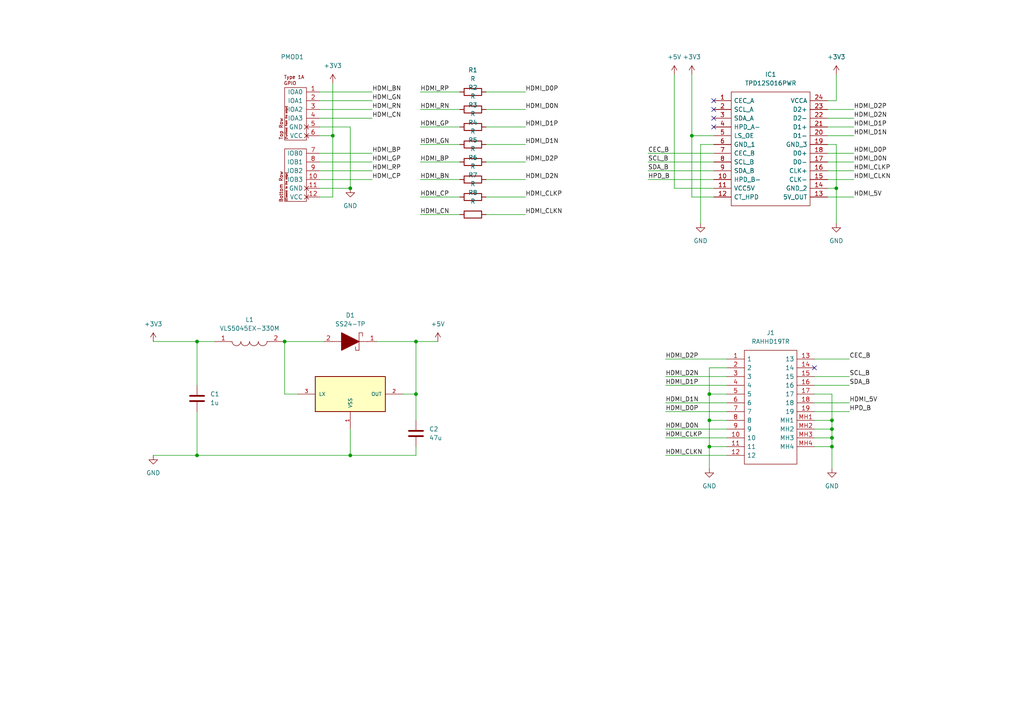
<source format=kicad_sch>
(kicad_sch (version 20211123) (generator eeschema)
  (paper "A4")
  (lib_symbols
    (symbol "Device:C" (pin_numbers hide) (pin_names (offset 0.254))
      (property "Reference" "C" (at 0.635 2.54 0))
      (property "Value" "C" (at 0.635 -2.54 0))
      (symbol "C_0_1"
        (polyline (pts (xy -2.032 -0.762) (xy 2.032 -0.762)) (stroke (width 0.508)))
        (polyline (pts (xy -2.032 0.762) (xy 2.032 0.762)) (stroke (width 0.508)))
      )
      (symbol "C_1_1"
        (pin passive line (at 0 3.81 270) (length 2.794) (name "~") (number "1"))
        (pin passive line (at 0 -3.81 90) (length 2.794) (name "~") (number "2"))
      )
    )
    (symbol "Device:R" (pin_numbers hide) (pin_names (offset 0))
      (property "Reference" "R" (at 2.032 0 90))
      (property "Value" "R" (at 0 0 90))
      (symbol "R_0_1"
        (rectangle (start -1.016 -2.54) (end 1.016 2.54) (stroke (width 0.254)))
      )
      (symbol "R_1_1"
        (pin passive line (at 0 3.81 270) (length 1.27) (name "~") (number "1"))
        (pin passive line (at 0 -3.81 90) (length 1.27) (name "~") (number "2"))
      )
    )
    (symbol "ME2108A:ME2108A" (pin_names (offset 1.016))
      (symbol "ME2108A_0_0"
        (rectangle (start -10.16 -5.08) (end 10.16 5.08) (stroke (width 0.254)) (fill (type background)))
        (pin bidirectional line (at 0 -10.16 90) (length 5.08) (name "VSS") (number "1"))
        (pin bidirectional line (at 15.24 0 180) (length 5.08) (name "OUT") (number "2"))
        (pin bidirectional line (at -15.24 0 0) (length 5.08) (name "LX") (number "3"))
      )
    )
    (symbol "SamacSys_Parts:RAHHD19TR" (pin_names (offset 0.762))
      (property "Reference" "J" (at 21.59 7.62 0))
      (property "Value" "RAHHD19TR" (at 21.59 5.08 0))
      (symbol "RAHHD19TR_0_0"
        (pin passive line (at 0 0 0) (length 5.08) (name "1") (number "1"))
        (pin passive line (at 0 -22.86 0) (length 5.08) (name "10") (number "10"))
        (pin passive line (at 0 -25.4 0) (length 5.08) (name "11") (number "11"))
        (pin passive line (at 0 -27.94 0) (length 5.08) (name "12") (number "12"))
        (pin passive line (at 25.4 0 180) (length 5.08) (name "13") (number "13"))
        (pin passive line (at 25.4 -2.54 180) (length 5.08) (name "14") (number "14"))
        (pin passive line (at 25.4 -5.08 180) (length 5.08) (name "15") (number "15"))
        (pin passive line (at 25.4 -7.62 180) (length 5.08) (name "16") (number "16"))
        (pin passive line (at 25.4 -10.16 180) (length 5.08) (name "17") (number "17"))
        (pin passive line (at 25.4 -12.7 180) (length 5.08) (name "18") (number "18"))
        (pin passive line (at 25.4 -15.24 180) (length 5.08) (name "19") (number "19"))
        (pin passive line (at 0 -2.54 0) (length 5.08) (name "2") (number "2"))
        (pin passive line (at 0 -5.08 0) (length 5.08) (name "3") (number "3"))
        (pin passive line (at 0 -7.62 0) (length 5.08) (name "4") (number "4"))
        (pin passive line (at 0 -10.16 0) (length 5.08) (name "5") (number "5"))
        (pin passive line (at 0 -12.7 0) (length 5.08) (name "6") (number "6"))
        (pin passive line (at 0 -15.24 0) (length 5.08) (name "7") (number "7"))
        (pin passive line (at 0 -17.78 0) (length 5.08) (name "8") (number "8"))
        (pin passive line (at 0 -20.32 0) (length 5.08) (name "9") (number "9"))
        (pin passive line (at 25.4 -17.78 180) (length 5.08) (name "MH1") (number "MH1"))
        (pin passive line (at 25.4 -20.32 180) (length 5.08) (name "MH2") (number "MH2"))
        (pin passive line (at 25.4 -22.86 180) (length 5.08) (name "MH3") (number "MH3"))
        (pin passive line (at 25.4 -25.4 180) (length 5.08) (name "MH4") (number "MH4"))
      )
      (symbol "RAHHD19TR_0_1"
        (polyline (pts (xy 5.08 2.54) (xy 20.32 2.54) (xy 20.32 -30.48) (xy 5.08 -30.48) (xy 5.08 2.54)) (stroke (width 0.1524)))
      )
    )
    (symbol "SamacSys_Parts:SS24-TP" (pin_names (offset 0.762))
      (property "Reference" "D" (at 12.7 8.89 0))
      (property "Value" "SS24-TP" (at 12.7 6.35 0))
      (symbol "SS24-TP_0_0"
        (pin passive line (at 2.54 0 0) (length 2.54) (name "~") (number "1"))
        (pin passive line (at 17.78 0 180) (length 2.54) (name "~") (number "2"))
      )
      (symbol "SS24-TP_0_1"
        (polyline (pts (xy 5.08 0) (xy 7.62 0)) (stroke (width 0.1524)))
        (polyline (pts (xy 7.62 2.54) (xy 7.62 -2.54)) (stroke (width 0.1524)))
        (polyline (pts (xy 12.7 0) (xy 15.24 0)) (stroke (width 0.1524)))
        (polyline (pts (xy 7.62 -2.54) (xy 6.604 -2.54) (xy 6.604 -1.524)) (stroke (width 0.1524)))
        (polyline (pts (xy 7.62 2.54) (xy 8.636 2.54) (xy 8.636 1.524)) (stroke (width 0.1524)))
        (polyline (pts (xy 7.62 0) (xy 12.7 2.54) (xy 12.7 -2.54) (xy 7.62 0)) (stroke (width 0.254)) (fill (type outline)))
      )
    )
    (symbol "SamacSys_Parts:TPD12S016PWR" (pin_names (offset 0.762))
      (property "Reference" "IC" (at 29.21 7.62 0))
      (property "Value" "TPD12S016PWR" (at 29.21 5.08 0))
      (symbol "TPD12S016PWR_0_0"
        (pin passive line (at 0 0 0) (length 5.08) (name "CEC_A") (number "1"))
        (pin passive line (at 0 -22.86 0) (length 5.08) (name "HPD_B-") (number "10"))
        (pin power_in line (at 0 -25.4 0) (length 5.08) (name "VCC5V") (number "11"))
        (pin passive line (at 0 -27.94 0) (length 5.08) (name "CT_HPD") (number "12"))
        (pin output line (at 33.02 -27.94 180) (length 5.08) (name "5V_OUT") (number "13"))
        (pin power_in line (at 33.02 -25.4 180) (length 5.08) (name "GND_2") (number "14"))
        (pin input line (at 33.02 -22.86 180) (length 5.08) (name "CLK-") (number "15"))
        (pin input line (at 33.02 -20.32 180) (length 5.08) (name "CLK+") (number "16"))
        (pin passive line (at 33.02 -17.78 180) (length 5.08) (name "D0-") (number "17"))
        (pin passive line (at 33.02 -15.24 180) (length 5.08) (name "D0+") (number "18"))
        (pin power_in line (at 33.02 -12.7 180) (length 5.08) (name "GND_3") (number "19"))
        (pin passive line (at 0 -2.54 0) (length 5.08) (name "SCL_A") (number "2"))
        (pin passive line (at 33.02 -10.16 180) (length 5.08) (name "D1-") (number "20"))
        (pin passive line (at 33.02 -7.62 180) (length 5.08) (name "D1+") (number "21"))
        (pin passive line (at 33.02 -5.08 180) (length 5.08) (name "D2-") (number "22"))
        (pin passive line (at 33.02 -2.54 180) (length 5.08) (name "D2+") (number "23"))
        (pin power_in line (at 33.02 0 180) (length 5.08) (name "VCCA") (number "24"))
        (pin passive line (at 0 -5.08 0) (length 5.08) (name "SDA_A") (number "3"))
        (pin passive line (at 0 -7.62 0) (length 5.08) (name "HPD_A-") (number "4"))
        (pin passive line (at 0 -10.16 0) (length 5.08) (name "LS_OE") (number "5"))
        (pin power_in line (at 0 -12.7 0) (length 5.08) (name "GND_1") (number "6"))
        (pin passive line (at 0 -15.24 0) (length 5.08) (name "CEC_B") (number "7"))
        (pin passive line (at 0 -17.78 0) (length 5.08) (name "SCL_B") (number "8"))
        (pin passive line (at 0 -20.32 0) (length 5.08) (name "SDA_B") (number "9"))
      )
      (symbol "TPD12S016PWR_0_1"
        (polyline (pts (xy 5.08 2.54) (xy 27.94 2.54) (xy 27.94 -30.48) (xy 5.08 -30.48) (xy 5.08 2.54)) (stroke (width 0.1524)))
      )
    )
    (symbol "SamacSys_Parts:VLS5045EX-330M" (pin_names (offset 0.762))
      (property "Reference" "L" (at 16.51 6.35 0))
      (property "Value" "VLS5045EX-330M" (at 16.51 3.81 0))
      (symbol "VLS5045EX-330M_0_0"
        (pin passive line (at 0 0 0) (length 5.08) (name "~") (number "1"))
        (pin passive line (at 20.32 0 180) (length 5.08) (name "~") (number "2"))
      )
      (symbol "VLS5045EX-330M_0_1"
        (arc (start 5.08 0) (mid 6.35 -1.3218) (end 7.62 0) (stroke (width 0.1524)))
        (arc (start 7.62 0) (mid 8.89 -1.3218) (end 10.16 0) (stroke (width 0.1524)))
        (arc (start 10.16 0) (mid 11.43 -1.3218) (end 12.7 0) (stroke (width 0.1524)))
        (arc (start 12.7 0) (mid 13.97 -1.3218) (end 15.24 0) (stroke (width 0.1524)))
      )
    )
    (symbol "pmod:PMOD-Device-x2-Type-1A-GPIO" (pin_names (offset 1.016))
      (property "Reference" "PMOD" (at -3.302 -1.27 0))
      (property "Datasheet" "https://docs.google.com/a/mithis.com/spreadsheets/d/1D-GboyrP57VVpejQzEm0P1WEORo1LAIt92hk1bZGEoo/edit#gid=0" (at -1.27 7.62 0))
      (symbol "PMOD-Device-x2-Type-1A-GPIO_0_0"
        (text "(Closest to the edge)" (at -5.842 -13.462 900) (effects (font (size 0.508 0.508))))
        (text "(Furthest from the edge)" (at -5.842 5.08 900) (effects (font (size 0.508 0.508))))
        (text "Bottom Row" (at -7.366 -13.462 900) (effects (font (size 0.9906 0.9906))))
        (text "GPIO" (at -6.604 16.51 0) (effects (font (size 0.9906 0.9906)) (justify left)))
        (text "Top Row" (at -7.366 3.302 900) (effects (font (size 0.9906 0.9906))))
        (text "Type 1A" (at -6.604 18.288 0) (effects (font (size 0.9906 0.9906)) (justify left)))
      )
      (symbol "PMOD-Device-x2-Type-1A-GPIO_0_1"
        (rectangle (start -6.35 -2.54) (end 0 -17.78))
        (rectangle (start 0 15.24) (end -6.35 0))
      )
      (symbol "PMOD-Device-x2-Type-1A-GPIO_1_1"
        (pin bidirectional line (at 3.81 13.97 180) (length 3.81) (name "IOA0") (number "1"))
        (pin bidirectional line (at 3.81 -11.43 180) (length 3.81) (name "IOB3") (number "10"))
        (pin power_out non_logic (at 3.81 -13.97 180) (length 3.81) (name "GND") (number "11"))
        (pin power_out non_logic (at 3.81 -16.51 180) (length 3.81) (name "VCC") (number "12"))
        (pin bidirectional line (at 3.81 11.43 180) (length 3.81) (name "IOA1") (number "2"))
        (pin bidirectional line (at 3.81 8.89 180) (length 3.81) (name "IOA2") (number "3"))
        (pin bidirectional line (at 3.81 6.35 180) (length 3.81) (name "IOA3") (number "4"))
        (pin power_out non_logic (at 3.81 3.81 180) (length 3.81) (name "GND") (number "5"))
        (pin power_out non_logic (at 3.81 1.27 180) (length 3.81) (name "VCC") (number "6"))
        (pin bidirectional line (at 3.81 -3.81 180) (length 3.81) (name "IOB0") (number "7"))
        (pin bidirectional line (at 3.81 -6.35 180) (length 3.81) (name "IOB1") (number "8"))
        (pin bidirectional line (at 3.81 -8.89 180) (length 3.81) (name "IOB2") (number "9"))
      )
    )
    (symbol "power:+3V3" (power) (pin_names (offset 0))
      (property "Value" "+3V3" (at 0 3.556 0))
      (symbol "+3V3_0_1"
        (polyline (pts (xy -0.762 1.27) (xy 0 2.54)))
        (polyline (pts (xy 0 0) (xy 0 2.54)))
        (polyline (pts (xy 0 2.54) (xy 0.762 1.27)))
      )
      (symbol "+3V3_1_1"
        (pin power_in line (at 0 0 90) (length 0) hide (name "+3V3") (number "1"))
      )
    )
    (symbol "power:+5V" (power) (pin_names (offset 0))
      (property "Value" "+5V" (at 0 3.556 0))
      (symbol "+5V_0_1"
        (polyline (pts (xy -0.762 1.27) (xy 0 2.54)))
        (polyline (pts (xy 0 0) (xy 0 2.54)))
        (polyline (pts (xy 0 2.54) (xy 0.762 1.27)))
      )
      (symbol "+5V_1_1"
        (pin power_in line (at 0 0 90) (length 0) hide (name "+5V") (number "1"))
      )
    )
    (symbol "power:GND" (power) (pin_names (offset 0))
      (property "Value" "GND" (at 0 -3.81 0))
      (symbol "GND_0_1"
        (polyline (pts (xy 0 0) (xy 0 -1.27) (xy 1.27 -1.27) (xy 0 -2.54) (xy -1.27 -1.27) (xy 0 -1.27)))
      )
      (symbol "GND_1_1"
        (pin power_in line (at 0 0 270) (length 0) hide (name "GND") (number "1"))
      )
    )
  )
  (junction (at 82.55 99.06))
  (junction (at 101.6 54.61))
  (junction (at 242.57 54.61))
  (junction (at 120.65 99.06))
  (junction (at 241.3 124.46))
  (junction (at 241.3 127))
  (junction (at 241.3 129.54))
  (junction (at 96.52 39.37))
  (junction (at 57.15 99.06))
  (junction (at 200.66 39.37))
  (junction (at 120.65 114.3))
  (junction (at 241.3 121.92))
  (junction (at 101.6 132.08))
  (junction (at 205.74 129.54))
  (junction (at 205.74 121.92))
  (junction (at 205.74 114.3))
  (junction (at 57.15 132.08))
  (no_connect (at 207.01 31.75))
  (no_connect (at 207.01 34.29))
  (no_connect (at 207.01 36.83))
  (no_connect (at 207.01 29.21))
  (no_connect (at 236.22 106.68))
  (wire (pts (xy 140.97 31.75) (xy 152.4 31.75)))
  (wire (pts (xy 57.15 119.38) (xy 57.15 132.08)))
  (wire (pts (xy 121.92 46.99) (xy 133.35 46.99)))
  (wire (pts (xy 116.84 114.3) (xy 120.65 114.3)))
  (wire (pts (xy 205.74 106.68) (xy 210.82 106.68)))
  (wire (pts (xy 121.92 57.15) (xy 133.35 57.15)))
  (wire (pts (xy 187.96 49.53) (xy 207.01 49.53)))
  (wire (pts (xy 44.45 99.06) (xy 57.15 99.06)))
  (wire (pts (xy 240.03 52.07) (xy 247.65 52.07)))
  (wire (pts (xy 241.3 124.46) (xy 241.3 127)))
  (wire (pts (xy 242.57 41.91) (xy 242.57 54.61)))
  (wire (pts (xy 140.97 36.83) (xy 152.4 36.83)))
  (wire (pts (xy 193.04 104.14) (xy 210.82 104.14)))
  (wire (pts (xy 121.92 52.07) (xy 133.35 52.07)))
  (wire (pts (xy 241.3 127) (xy 241.3 129.54)))
  (wire (pts (xy 120.65 99.06) (xy 127 99.06)))
  (wire (pts (xy 195.58 21.59) (xy 195.58 54.61)))
  (wire (pts (xy 92.71 36.83) (xy 101.6 36.83)))
  (wire (pts (xy 92.71 29.21) (xy 107.95 29.21)))
  (wire (pts (xy 140.97 62.23) (xy 152.4 62.23)))
  (wire (pts (xy 236.22 111.76) (xy 246.38 111.76)))
  (wire (pts (xy 140.97 57.15) (xy 152.4 57.15)))
  (wire (pts (xy 242.57 54.61) (xy 242.57 64.77)))
  (wire (pts (xy 193.04 119.38) (xy 210.82 119.38)))
  (wire (pts (xy 121.92 62.23) (xy 133.35 62.23)))
  (wire (pts (xy 240.03 54.61) (xy 242.57 54.61)))
  (wire (pts (xy 92.71 39.37) (xy 96.52 39.37)))
  (wire (pts (xy 121.92 26.67) (xy 133.35 26.67)))
  (wire (pts (xy 96.52 39.37) (xy 96.52 57.15)))
  (wire (pts (xy 240.03 44.45) (xy 247.65 44.45)))
  (wire (pts (xy 193.04 111.76) (xy 210.82 111.76)))
  (wire (pts (xy 236.22 127) (xy 241.3 127)))
  (wire (pts (xy 121.92 41.91) (xy 133.35 41.91)))
  (wire (pts (xy 241.3 121.92) (xy 241.3 124.46)))
  (wire (pts (xy 44.45 132.08) (xy 57.15 132.08)))
  (wire (pts (xy 193.04 116.84) (xy 210.82 116.84)))
  (wire (pts (xy 195.58 54.61) (xy 207.01 54.61)))
  (wire (pts (xy 140.97 41.91) (xy 152.4 41.91)))
  (wire (pts (xy 193.04 109.22) (xy 210.82 109.22)))
  (wire (pts (xy 240.03 46.99) (xy 247.65 46.99)))
  (wire (pts (xy 82.55 99.06) (xy 93.98 99.06)))
  (wire (pts (xy 236.22 116.84) (xy 246.38 116.84)))
  (wire (pts (xy 205.74 129.54) (xy 205.74 135.89)))
  (wire (pts (xy 96.52 24.13) (xy 96.52 39.37)))
  (wire (pts (xy 236.22 104.14) (xy 246.38 104.14)))
  (wire (pts (xy 240.03 41.91) (xy 242.57 41.91)))
  (wire (pts (xy 236.22 119.38) (xy 246.38 119.38)))
  (wire (pts (xy 187.96 46.99) (xy 207.01 46.99)))
  (wire (pts (xy 200.66 21.59) (xy 200.66 39.37)))
  (wire (pts (xy 205.74 114.3) (xy 205.74 121.92)))
  (wire (pts (xy 92.71 57.15) (xy 96.52 57.15)))
  (wire (pts (xy 236.22 121.92) (xy 241.3 121.92)))
  (wire (pts (xy 236.22 124.46) (xy 241.3 124.46)))
  (wire (pts (xy 120.65 114.3) (xy 120.65 99.06)))
  (wire (pts (xy 240.03 36.83) (xy 247.65 36.83)))
  (wire (pts (xy 240.03 29.21) (xy 242.57 29.21)))
  (wire (pts (xy 57.15 132.08) (xy 101.6 132.08)))
  (wire (pts (xy 57.15 99.06) (xy 57.15 111.76)))
  (wire (pts (xy 101.6 132.08) (xy 120.65 132.08)))
  (wire (pts (xy 140.97 52.07) (xy 152.4 52.07)))
  (wire (pts (xy 82.55 114.3) (xy 82.55 99.06)))
  (wire (pts (xy 92.71 49.53) (xy 107.95 49.53)))
  (wire (pts (xy 205.74 114.3) (xy 210.82 114.3)))
  (wire (pts (xy 140.97 46.99) (xy 152.4 46.99)))
  (wire (pts (xy 241.3 129.54) (xy 241.3 135.89)))
  (wire (pts (xy 92.71 46.99) (xy 107.95 46.99)))
  (wire (pts (xy 240.03 31.75) (xy 247.65 31.75)))
  (wire (pts (xy 240.03 49.53) (xy 247.65 49.53)))
  (wire (pts (xy 236.22 129.54) (xy 241.3 129.54)))
  (wire (pts (xy 236.22 114.3) (xy 241.3 114.3)))
  (wire (pts (xy 92.71 31.75) (xy 107.95 31.75)))
  (wire (pts (xy 92.71 44.45) (xy 107.95 44.45)))
  (wire (pts (xy 205.74 129.54) (xy 210.82 129.54)))
  (wire (pts (xy 120.65 99.06) (xy 109.22 99.06)))
  (wire (pts (xy 203.2 41.91) (xy 203.2 64.77)))
  (wire (pts (xy 121.92 31.75) (xy 133.35 31.75)))
  (wire (pts (xy 193.04 132.08) (xy 210.82 132.08)))
  (wire (pts (xy 200.66 39.37) (xy 207.01 39.37)))
  (wire (pts (xy 120.65 132.08) (xy 120.65 129.54)))
  (wire (pts (xy 200.66 39.37) (xy 200.66 57.15)))
  (wire (pts (xy 120.65 114.3) (xy 120.65 121.92)))
  (wire (pts (xy 205.74 121.92) (xy 210.82 121.92)))
  (wire (pts (xy 200.66 57.15) (xy 207.01 57.15)))
  (wire (pts (xy 240.03 39.37) (xy 247.65 39.37)))
  (wire (pts (xy 140.97 26.67) (xy 152.4 26.67)))
  (wire (pts (xy 92.71 54.61) (xy 101.6 54.61)))
  (wire (pts (xy 240.03 34.29) (xy 247.65 34.29)))
  (wire (pts (xy 236.22 109.22) (xy 246.38 109.22)))
  (wire (pts (xy 187.96 44.45) (xy 207.01 44.45)))
  (wire (pts (xy 205.74 106.68) (xy 205.74 114.3)))
  (wire (pts (xy 101.6 36.83) (xy 101.6 54.61)))
  (wire (pts (xy 57.15 99.06) (xy 62.23 99.06)))
  (wire (pts (xy 92.71 26.67) (xy 107.95 26.67)))
  (wire (pts (xy 193.04 127) (xy 210.82 127)))
  (wire (pts (xy 86.36 114.3) (xy 82.55 114.3)))
  (wire (pts (xy 241.3 114.3) (xy 241.3 121.92)))
  (wire (pts (xy 242.57 21.59) (xy 242.57 29.21)))
  (wire (pts (xy 92.71 52.07) (xy 107.95 52.07)))
  (wire (pts (xy 101.6 124.46) (xy 101.6 132.08)))
  (wire (pts (xy 240.03 57.15) (xy 247.65 57.15)))
  (wire (pts (xy 92.71 34.29) (xy 107.95 34.29)))
  (wire (pts (xy 121.92 36.83) (xy 133.35 36.83)))
  (wire (pts (xy 187.96 52.07) (xy 207.01 52.07)))
  (wire (pts (xy 203.2 41.91) (xy 207.01 41.91)))
  (wire (pts (xy 205.74 121.92) (xy 205.74 129.54)))
  (wire (pts (xy 193.04 124.46) (xy 210.82 124.46)))
  (label "HDMI_D0N" (at 193.04 124.46 0))
  (label "HDMI_CLKN" (at 247.65 52.07 0))
  (label "HDMI_D2N" (at 247.65 34.29 0))
  (label "HDMI_D1N" (at 247.65 39.37 0))
  (label "HDMI_D0N" (at 152.4 31.75 0))
  (label "HDMI_CP" (at 121.92 57.15 0))
  (label "HDMI_D0P" (at 193.04 119.38 0))
  (label "SCL_B" (at 246.38 109.22 0))
  (label "HDMI_D0P" (at 247.65 44.45 0))
  (label "CEC_B" (at 187.96 44.45 0))
  (label "HDMI_CLKP" (at 247.65 49.53 0))
  (label "HDMI_D1P" (at 247.65 36.83 0))
  (label "HDMI_5V" (at 246.38 116.84 0))
  (label "HDMI_RN" (at 121.92 31.75 0))
  (label "HDMI_D1P" (at 193.04 111.76 0))
  (label "HDMI_D0P" (at 152.4 26.67 0))
  (label "HPD_B" (at 187.96 52.07 0))
  (label "HDMI_D1N" (at 152.4 41.91 0))
  (label "HDMI_D0N" (at 247.65 46.99 0))
  (label "HDMI_GN" (at 121.92 41.91 0))
  (label "HDMI_CN" (at 107.95 34.29 0))
  (label "HDMI_D1N" (at 193.04 116.84 0))
  (label "HDMI_CN" (at 121.92 62.23 0))
  (label "SDA_B" (at 246.38 111.76 0))
  (label "HDMI_BN" (at 121.92 52.07 0))
  (label "HDMI_D2P" (at 247.65 31.75 0))
  (label "HDMI_D2N" (at 152.4 52.07 0))
  (label "HDMI_GP" (at 107.95 46.99 0))
  (label "SDA_B" (at 187.96 49.53 0))
  (label "HDMI_CLKP" (at 193.04 127 0))
  (label "HDMI_BP" (at 121.92 46.99 0))
  (label "HDMI_D2N" (at 193.04 109.22 0))
  (label "HDMI_BN" (at 107.95 26.67 0))
  (label "HDMI_RN" (at 107.95 31.75 0))
  (label "HDMI_D2P" (at 152.4 46.99 0))
  (label "HDMI_GN" (at 107.95 29.21 0))
  (label "HDMI_D1P" (at 152.4 36.83 0))
  (label "HDMI_RP" (at 107.95 49.53 0))
  (label "HDMI_CLKN" (at 152.4 62.23 0))
  (label "SCL_B" (at 187.96 46.99 0))
  (label "HDMI_D2P" (at 193.04 104.14 0))
  (label "HDMI_CLKN" (at 193.04 132.08 0))
  (label "HDMI_GP" (at 121.92 36.83 0))
  (label "HDMI_RP" (at 121.92 26.67 0))
  (label "CEC_B" (at 246.38 104.14 0))
  (label "HDMI_BP" (at 107.95 44.45 0))
  (label "HDMI_5V" (at 247.65 57.15 0))
  (label "HPD_B" (at 246.38 119.38 0))
  (label "HDMI_CLKP" (at 152.4 57.15 0))
  (label "HDMI_CP" (at 107.95 52.07 0))
  (symbol (lib_id "power:GND") (at 241.3 135.89 0) (unit 1)
    (property "Reference" "#PWR0106" (effects hide))
    (property "Value" "GND" (at 241.3 140.97 0))
  )
  (symbol (lib_id "Device:C") (at 57.15 115.57 0) (unit 1)
    (property "Reference" "C1" (at 60.96 114.2999 0) (effects (justify left)))
    (property "Value" "1u" (at 60.96 116.8399 0) (effects (justify left)))
    (property "Footprint" "Capacitor_SMD:C_0805_2012Metric" (effects hide))
  )
  (symbol (lib_id "power:GND") (at 205.74 135.89 0) (unit 1)
    (property "Reference" "#PWR0101" (effects hide))
    (property "Value" "GND" (at 205.74 140.97 0))
  )
  (symbol (lib_id "power:+3V3") (at 96.52 24.13 0) (unit 1)
    (property "Reference" "#PWR0112" (effects hide))
    (property "Value" "+3V3" (at 96.52 19.05 0))
  )
  (symbol (lib_id "power:GND") (at 242.57 64.77 0) (unit 1)
    (property "Reference" "#PWR0110" (effects hide))
    (property "Value" "GND" (at 242.57 69.85 0))
  )
  (symbol (lib_id "Device:R") (at 137.16 26.67 90) (unit 1)
    (property "Reference" "R1" (at 137.16 20.32 90))
    (property "Value" "R" (at 137.16 22.86 90))
    (property "Footprint" "Resistor_SMD:R_0805_2012Metric" (effects hide))
  )
  (symbol (lib_id "ME2108A:ME2108A") (at 101.6 114.3 0) (unit 1)
    (property "Reference" "U1" (effects hide))
    (property "Value" "ME2108A" (effects hide))
    (property "Footprint" "SOT89" (effects hide))
  )
  (symbol (lib_id "SamacSys_Parts:TPD12S016PWR") (at 207.01 29.21 0) (unit 1)
    (property "Reference" "IC1" (at 223.52 21.59 0))
    (property "Value" "TPD12S016PWR" (at 223.52 24.13 0))
    (property "Footprint" "SOP65P640X120-24N" (effects hide))
    (property "Datasheet" "http://www.ti.com/lit/ds/symlink/tpd12s016.pdf" (effects hide))
    (property "Description" "Texas Instruments,TPD12S016PWR,IC,HDMI TPD12S016PWR, HDMI Interface 12-channel HDMI 4.5 " (effects hide))
    (property "Height" "1.2" (effects hide))
    (property "Mouser Part Number" "595-TPD12S016PWR" (effects hide))
    (property "Mouser Price/Stock" "https://www.mouser.co.uk/ProductDetail/Texas-Instruments/TPD12S016PWR?qs=Brs2XCuyt3duqIFAdfG0Pg%3D%3D" (effects hide))
    (property "Manufacturer_Name" "Texas Instruments" (effects hide))
    (property "Manufacturer_Part_Number" "TPD12S016PWR" (effects hide))
  )
  (symbol (lib_id "pmod:PMOD-Device-x2-Type-1A-GPIO") (at 88.9 40.64 0) (unit 1)
    (property "Reference" "PMOD1" (at 84.7718 16.51 0))
    (property "Value" "PMOD-Device-x2-Type-1A-GPIO" (effects hide))
    (property "Footprint" "pmod-conn_6x2:pmod_pin_array_6x2" (effects hide))
    (property "Datasheet" "https://docs.google.com/a/mithis.com/spreadsheets/d/1D-GboyrP57VVpejQzEm0P1WEORo1LAIt92hk1bZGEoo/edit#gid=0" (effects hide))
  )
  (symbol (lib_id "Device:R") (at 137.16 46.99 90) (unit 1)
    (property "Reference" "R5" (at 137.16 40.64 90))
    (property "Value" "R" (at 137.16 43.18 90))
    (property "Footprint" "Resistor_SMD:R_0805_2012Metric" (effects hide))
  )
  (symbol (lib_id "power:+3V3") (at 242.57 21.59 0) (unit 1)
    (property "Reference" "#PWR0102" (effects hide))
    (property "Value" "+3V3" (at 242.57 16.51 0))
  )
  (symbol (lib_id "Device:R") (at 137.16 31.75 90) (unit 1)
    (property "Reference" "R2" (at 137.16 25.4 90))
    (property "Value" "R" (at 137.16 27.94 90))
    (property "Footprint" "Resistor_SMD:R_0805_2012Metric" (effects hide))
  )
  (symbol (lib_id "SamacSys_Parts:VLS5045EX-330M") (at 62.23 99.06 0) (unit 1)
    (property "Reference" "L1" (at 72.39 92.71 0))
    (property "Value" "VLS5045EX-330M" (at 72.39 95.25 0))
    (property "Footprint" "VLS5045EX330M" (effects hide))
    (property "Datasheet" "https://product.tdk.com/system/files/dam/doc/product/inductor/inductor/smd/catalog/inductor_commercial_power_vls5045ex_en.pdf" (effects hide))
    (property "Description" "Wirewound Inductor 33uH 1.3A 240 mOhm TDK VLS-EX Series Shielded Wire-wound SMD Inductor with a Ferrite Core, 33 uH +/-20% Wire-Wound 1.3A Idc" (effects hide))
    (property "Height" "4" (effects hide))
    (property "Mouser Part Number" "810-VLS5045EX-330M" (effects hide))
    (property "Mouser Price/Stock" "https://www.mouser.co.uk/ProductDetail/TDK/VLS5045EX-330M?qs=oF%2FSscNnLpCx3nBgUD0eJQ%3D%3D" (effects hide))
    (property "Manufacturer_Name" "TDK" (effects hide))
    (property "Manufacturer_Part_Number" "VLS5045EX-330M" (effects hide))
  )
  (symbol (lib_id "SamacSys_Parts:SS24-TP") (at 111.76 99.06 180) (unit 1)
    (property "Reference" "D1" (at 101.6 91.44 0))
    (property "Value" "SS24-TP" (at 101.6 93.98 0))
    (property "Footprint" "DIOM5427X315N" (effects hide))
    (property "Datasheet" "https://componentsearchengine.com/Datasheets/1/SS24-TP.pdf" (effects hide))
    (property "Description" "Diode Schottky 40V 2A 2-Pin SMA T/R" (effects hide))
    (property "Height" "3.15" (effects hide))
    (property "Mouser Part Number" "833-SS24-TP" (effects hide))
    (property "Mouser Price/Stock" "https://www.mouser.com/Search/Refine.aspx?Keyword=833-SS24-TP" (effects hide))
    (property "Manufacturer_Name" "Micro Commercial Components (MCC)" (effects hide))
    (property "Manufacturer_Part_Number" "SS24-TP" (effects hide))
  )
  (symbol (lib_id "power:+3V3") (at 200.66 21.59 0) (unit 1)
    (property "Reference" "#PWR0104" (effects hide))
    (property "Value" "+3V3" (at 200.66 16.51 0))
  )
  (symbol (lib_id "Device:R") (at 137.16 52.07 90) (unit 1)
    (property "Reference" "R6" (at 137.16 45.72 90))
    (property "Value" "R" (at 137.16 48.26 90))
    (property "Footprint" "Resistor_SMD:R_0805_2012Metric" (effects hide))
  )
  (symbol (lib_id "power:GND") (at 203.2 64.77 0) (unit 1)
    (property "Reference" "#PWR0105" (effects hide))
    (property "Value" "GND" (at 203.2 69.85 0))
  )
  (symbol (lib_id "Device:R") (at 137.16 57.15 90) (unit 1)
    (property "Reference" "R7" (at 137.16 50.8 90))
    (property "Value" "R" (at 137.16 53.34 90))
    (property "Footprint" "Resistor_SMD:R_0805_2012Metric" (effects hide))
  )
  (symbol (lib_id "power:+3V3") (at 44.45 99.06 0) (unit 1)
    (property "Reference" "#PWR0108" (effects hide))
    (property "Value" "+3V3" (at 44.45 93.98 0))
  )
  (symbol (lib_id "power:+5V") (at 195.58 21.59 0) (unit 1)
    (property "Reference" "#PWR0103" (effects hide))
    (property "Value" "+5V" (at 195.58 16.51 0))
  )
  (symbol (lib_id "Device:R") (at 137.16 41.91 90) (unit 1)
    (property "Reference" "R4" (at 137.16 35.56 90))
    (property "Value" "R" (at 137.16 38.1 90))
    (property "Footprint" "Resistor_SMD:R_0805_2012Metric" (effects hide))
  )
  (symbol (lib_id "power:+5V") (at 127 99.06 0) (unit 1)
    (property "Reference" "#PWR0109" (effects hide))
    (property "Value" "+5V" (at 127 93.98 0))
  )
  (symbol (lib_id "power:GND") (at 44.45 132.08 0) (unit 1)
    (property "Reference" "#PWR0107" (effects hide))
    (property "Value" "GND" (at 44.45 137.16 0))
  )
  (symbol (lib_id "Device:R") (at 137.16 36.83 90) (unit 1)
    (property "Reference" "R3" (at 137.16 30.48 90))
    (property "Value" "R" (at 137.16 33.02 90))
    (property "Footprint" "Resistor_SMD:R_0805_2012Metric" (effects hide))
  )
  (symbol (lib_id "power:GND") (at 101.6 54.61 0) (unit 1)
    (property "Reference" "#PWR0111" (effects hide))
    (property "Value" "GND" (at 101.6 59.69 0))
  )
  (symbol (lib_id "Device:C") (at 120.65 125.73 0) (unit 1)
    (property "Reference" "C2" (at 124.46 124.4599 0) (effects (justify left)))
    (property "Value" "47u" (at 124.46 126.9999 0) (effects (justify left)))
    (property "Footprint" "Capacitor_SMD:C_1206_3216Metric" (effects hide))
  )
  (symbol (lib_id "Device:R") (at 137.16 62.23 90) (unit 1)
    (property "Reference" "R8" (at 137.16 55.88 90))
    (property "Value" "R" (at 137.16 58.42 90))
    (property "Footprint" "Resistor_SMD:R_0805_2012Metric" (effects hide))
  )
  (symbol (lib_id "SamacSys_Parts:RAHHD19TR") (at 210.82 104.14 0) (unit 1)
    (property "Reference" "J1" (at 223.52 96.52 0))
    (property "Value" "RAHHD19TR" (at 223.52 99.06 0))
    (property "Footprint" "RAHHD19TR" (effects hide))
    (property "Datasheet" "https://www.switchcraft.com/Drawings/RAHHD19TR_CD.pdf" (effects hide))
    (property "Description" "HDMI, Displayport & DVI Connectors HDMI Type A Rcpt Horizontal SMT" (effects hide))
    (property "Height" "6.68" (effects hide))
    (property "Mouser Part Number" "502-RAHHD19TR" (effects hide))
    (property "Mouser Price/Stock" "https://www.mouser.co.uk/ProductDetail/Switchcraft/RAHHD19TR?qs=eP2BKZSCXI4eVw73CI8QnQ%3D%3D" (effects hide))
    (property "Manufacturer_Name" "Switchcraft" (effects hide))
    (property "Manufacturer_Part_Number" "RAHHD19TR" (effects hide))
  )
)
</source>
